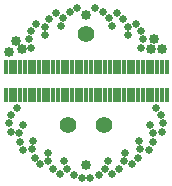
<source format=gbr>
G04 EAGLE Gerber RS-274X export*
G75*
%MOMM*%
%FSLAX34Y34*%
%LPD*%
%INSoldermask Top*%
%IPPOS*%
%AMOC8*
5,1,8,0,0,1.08239X$1,22.5*%
G01*
%ADD10C,1.401600*%
%ADD11C,0.851600*%
%ADD12R,0.301600X1.241600*%
%ADD13C,0.635000*%


D10*
X-15000Y-27500D03*
X15000Y-27500D03*
X0Y50000D03*
D11*
X-59500Y44000D03*
X-65100Y34900D03*
X-54200Y37000D03*
X55000Y37000D03*
X0Y66000D03*
X0Y-61000D03*
X64000Y37000D03*
X57000Y46000D03*
D12*
X68000Y-1700D03*
X64000Y-1700D03*
X60000Y-1700D03*
X56000Y-1700D03*
X52000Y-1700D03*
X48000Y-1700D03*
X44000Y-1700D03*
X40000Y-1700D03*
X36000Y-1700D03*
X32000Y-1700D03*
X28000Y-1700D03*
X24000Y-1700D03*
X20000Y-1700D03*
X16000Y-1700D03*
X12000Y-1700D03*
X8000Y-1700D03*
X4000Y-1700D03*
X0Y-1700D03*
X-4000Y-1700D03*
X-8000Y-1700D03*
X-12000Y-1700D03*
X-16000Y-1700D03*
X-20000Y-1700D03*
X-24000Y-1700D03*
X-28000Y-1700D03*
X-32000Y-1700D03*
X-36000Y-1700D03*
X-40000Y-1700D03*
X-44000Y-1700D03*
X-48000Y-1700D03*
X-52000Y-1700D03*
X-56000Y-1700D03*
X-60000Y-1700D03*
X-64000Y-1700D03*
X-68000Y-1700D03*
X-68000Y21700D03*
X-64000Y21700D03*
X-60000Y21700D03*
X-56000Y21700D03*
X-52000Y21700D03*
X-48000Y21700D03*
X-44000Y21700D03*
X-40000Y21700D03*
X-36000Y21700D03*
X-32000Y21700D03*
X-28000Y21700D03*
X-24000Y21700D03*
X-20000Y21700D03*
X-16000Y21700D03*
X-12000Y21700D03*
X-8000Y21700D03*
X-4000Y21700D03*
X0Y21700D03*
X4000Y21700D03*
X8000Y21700D03*
X12000Y21700D03*
X16000Y21700D03*
X20000Y21700D03*
X24000Y21700D03*
X28000Y21700D03*
X32000Y21700D03*
X36000Y21700D03*
X40000Y21700D03*
X44000Y21700D03*
X48000Y21700D03*
X52000Y21700D03*
X56000Y21700D03*
X60000Y21700D03*
X64000Y21700D03*
X68000Y21700D03*
D13*
X-19264Y63317D03*
X-14102Y68654D03*
X-21480Y56257D03*
X-7378Y71631D03*
X-34995Y56174D03*
X-31391Y62665D03*
X-35308Y48781D03*
X-25666Y67281D03*
X-48342Y45202D03*
X-46540Y52405D03*
X-46731Y37980D03*
X-42205Y58346D03*
X-63594Y-18329D03*
X-65259Y-25565D03*
X-58880Y-12625D03*
X-64093Y-32826D03*
X-56684Y-34164D03*
X-56419Y-41584D03*
X-53606Y-27434D03*
X-53413Y-48296D03*
X-45910Y-47671D03*
X-43733Y-54769D03*
X-44679Y-40374D03*
X-39093Y-60475D03*
X-32008Y-57929D03*
X-28068Y-64222D03*
X-32707Y-50562D03*
X-22109Y-68532D03*
X-15924Y-64239D03*
X-10490Y-69298D03*
X-18506Y-57304D03*
X-3619Y-71919D03*
X19264Y63317D03*
X14102Y68654D03*
X21480Y56257D03*
X7378Y71631D03*
X34995Y56174D03*
X31391Y62665D03*
X35308Y48781D03*
X25666Y67281D03*
X48342Y45202D03*
X46540Y52405D03*
X46731Y37980D03*
X42205Y58346D03*
X63594Y-18329D03*
X65259Y-25565D03*
X58880Y-12625D03*
X64093Y-32826D03*
X56684Y-34164D03*
X56419Y-41584D03*
X53606Y-27434D03*
X53413Y-48296D03*
X45910Y-47671D03*
X43733Y-54769D03*
X44679Y-40374D03*
X39093Y-60475D03*
X32008Y-57929D03*
X28068Y-64222D03*
X32707Y-50562D03*
X22109Y-68532D03*
X15924Y-64239D03*
X10490Y-69298D03*
X18506Y-57304D03*
X3619Y-71919D03*
M02*

</source>
